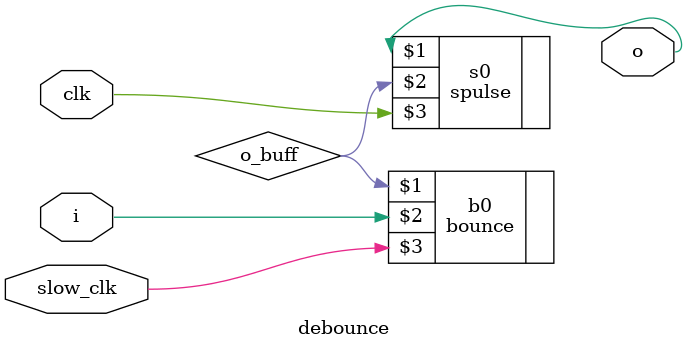
<source format=v>
`timescale 1ns / 1ps


module debounce(
        output o,
        input i,
        input clk,
        input slow_clk
    );
    wire o_buff;
    bounce b0(o_buff,i,slow_clk);
    spulse s0(o,o_buff,clk);
endmodule

</source>
